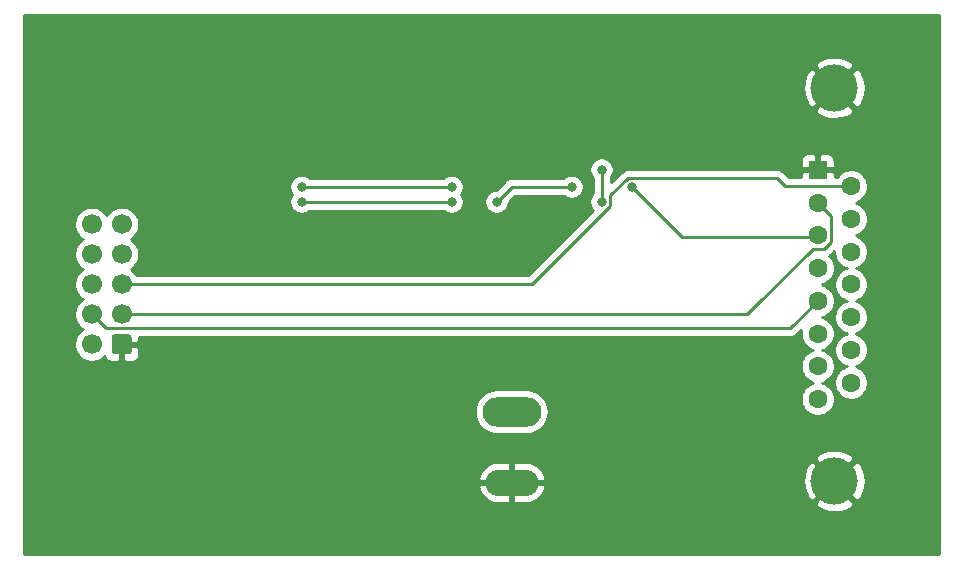
<source format=gbl>
G04 #@! TF.GenerationSoftware,KiCad,Pcbnew,(5.1.10)-1*
G04 #@! TF.CreationDate,2021-08-27T17:33:27-04:00*
G04 #@! TF.ProjectId,Coco3AppleRGB,436f636f-3341-4707-906c-655247422e6b,rev?*
G04 #@! TF.SameCoordinates,Original*
G04 #@! TF.FileFunction,Copper,L2,Bot*
G04 #@! TF.FilePolarity,Positive*
%FSLAX46Y46*%
G04 Gerber Fmt 4.6, Leading zero omitted, Abs format (unit mm)*
G04 Created by KiCad (PCBNEW (5.1.10)-1) date 2021-08-27 17:33:27*
%MOMM*%
%LPD*%
G01*
G04 APERTURE LIST*
G04 #@! TA.AperFunction,ComponentPad*
%ADD10O,4.500000X2.250000*%
G04 #@! TD*
G04 #@! TA.AperFunction,ComponentPad*
%ADD11O,5.000000X2.500000*%
G04 #@! TD*
G04 #@! TA.AperFunction,ComponentPad*
%ADD12C,4.000000*%
G04 #@! TD*
G04 #@! TA.AperFunction,ComponentPad*
%ADD13C,1.600000*%
G04 #@! TD*
G04 #@! TA.AperFunction,ComponentPad*
%ADD14R,1.600000X1.600000*%
G04 #@! TD*
G04 #@! TA.AperFunction,ComponentPad*
%ADD15C,1.700000*%
G04 #@! TD*
G04 #@! TA.AperFunction,ViaPad*
%ADD16C,0.800000*%
G04 #@! TD*
G04 #@! TA.AperFunction,Conductor*
%ADD17C,0.250000*%
G04 #@! TD*
G04 #@! TA.AperFunction,Conductor*
%ADD18C,0.254000*%
G04 #@! TD*
G04 #@! TA.AperFunction,Conductor*
%ADD19C,0.150000*%
G04 #@! TD*
G04 APERTURE END LIST*
D10*
X87630000Y-119030000D03*
D11*
X87630000Y-113030000D03*
D12*
X114958000Y-85605000D03*
X114958000Y-118905000D03*
D13*
X116378000Y-110565000D03*
X116378000Y-107795000D03*
X116378000Y-105025000D03*
X116378000Y-102255000D03*
X116378000Y-99485000D03*
X116378000Y-96715000D03*
X116378000Y-93945000D03*
X113538000Y-111950000D03*
X113538000Y-109180000D03*
X113538000Y-106410000D03*
X113538000Y-103640000D03*
X113538000Y-100870000D03*
X113538000Y-98100000D03*
X113538000Y-95330000D03*
D14*
X113538000Y-92560000D03*
D15*
X52070000Y-97155000D03*
X52070000Y-99695000D03*
X52070000Y-102235000D03*
X52070000Y-104775000D03*
X52070000Y-107315000D03*
X54610000Y-97155000D03*
X54610000Y-99695000D03*
X54610000Y-102235000D03*
X54610000Y-104775000D03*
G04 #@! TA.AperFunction,ComponentPad*
G36*
G01*
X55460000Y-106715000D02*
X55460000Y-107915000D01*
G75*
G02*
X55210000Y-108165000I-250000J0D01*
G01*
X54010000Y-108165000D01*
G75*
G02*
X53760000Y-107915000I0J250000D01*
G01*
X53760000Y-106715000D01*
G75*
G02*
X54010000Y-106465000I250000J0D01*
G01*
X55210000Y-106465000D01*
G75*
G02*
X55460000Y-106715000I0J-250000D01*
G01*
G37*
G04 #@! TD.AperFunction*
D16*
X83820000Y-86360000D03*
X82550000Y-97790000D03*
X66040000Y-114300000D03*
X73660000Y-114300000D03*
X69850000Y-95250000D03*
X69850000Y-95250000D03*
X82550000Y-95250000D03*
X69850000Y-93980000D03*
X82550000Y-93980000D03*
X82550000Y-93980000D03*
X97790000Y-93980000D03*
X95250000Y-95250000D03*
X95250000Y-92529999D03*
X86360000Y-95250000D03*
X92710000Y-93980000D03*
D17*
X69850000Y-95250000D02*
X82550000Y-95250000D01*
X111227999Y-105950001D02*
X113538000Y-103640000D01*
X53245001Y-105950001D02*
X111227999Y-105950001D01*
X52070000Y-104775000D02*
X53245001Y-105950001D01*
X69850000Y-93980000D02*
X82550000Y-93980000D01*
X97441999Y-93254999D02*
X110119997Y-93254999D01*
X95975001Y-94721997D02*
X97441999Y-93254999D01*
X95975001Y-95598001D02*
X95975001Y-94721997D01*
X110809998Y-93945000D02*
X110119997Y-93254999D01*
X116378000Y-93945000D02*
X110809998Y-93945000D01*
X89338002Y-102235000D02*
X90198501Y-101374501D01*
X54610000Y-102235000D02*
X89338002Y-102235000D01*
X90198501Y-101374501D02*
X95975001Y-95598001D01*
X89973002Y-101600000D02*
X90198501Y-101374501D01*
X114663001Y-96455001D02*
X113538000Y-95330000D01*
X114663001Y-98640001D02*
X114663001Y-96455001D01*
X114078001Y-99225001D02*
X114663001Y-98640001D01*
X113118999Y-99225001D02*
X114078001Y-99225001D01*
X107569000Y-104775000D02*
X108331000Y-104013000D01*
X108331000Y-104013000D02*
X113118999Y-99225001D01*
X54610000Y-104775000D02*
X107569000Y-104775000D01*
X108204000Y-104140000D02*
X108331000Y-104013000D01*
X97790000Y-93980000D02*
X102060000Y-98250000D01*
X113388000Y-98250000D02*
X113538000Y-98100000D01*
X102060000Y-98250000D02*
X113388000Y-98250000D01*
X95250000Y-95250000D02*
X95250000Y-92529999D01*
X86360000Y-95250000D02*
X87630000Y-93980000D01*
X87630000Y-93980000D02*
X92710000Y-93980000D01*
D18*
X123800000Y-125070000D02*
X46380000Y-125070000D01*
X46380000Y-119430043D01*
X84791067Y-119430043D01*
X84830371Y-119586190D01*
X84971056Y-119902207D01*
X85170689Y-120184705D01*
X85421599Y-120422829D01*
X85714144Y-120607427D01*
X86037081Y-120731406D01*
X86378000Y-120790000D01*
X87503000Y-120790000D01*
X87503000Y-119157000D01*
X87757000Y-119157000D01*
X87757000Y-120790000D01*
X88882000Y-120790000D01*
X89100193Y-120752499D01*
X113290106Y-120752499D01*
X113506228Y-121119258D01*
X113966105Y-121359938D01*
X114464098Y-121506275D01*
X114981071Y-121552648D01*
X115497159Y-121497273D01*
X115992526Y-121342279D01*
X116409772Y-121119258D01*
X116625894Y-120752499D01*
X114958000Y-119084605D01*
X113290106Y-120752499D01*
X89100193Y-120752499D01*
X89222919Y-120731406D01*
X89545856Y-120607427D01*
X89838401Y-120422829D01*
X90089311Y-120184705D01*
X90288944Y-119902207D01*
X90429629Y-119586190D01*
X90468933Y-119430043D01*
X90351206Y-119157000D01*
X87757000Y-119157000D01*
X87503000Y-119157000D01*
X84908794Y-119157000D01*
X84791067Y-119430043D01*
X46380000Y-119430043D01*
X46380000Y-118928071D01*
X112310352Y-118928071D01*
X112365727Y-119444159D01*
X112520721Y-119939526D01*
X112743742Y-120356772D01*
X113110501Y-120572894D01*
X114778395Y-118905000D01*
X115137605Y-118905000D01*
X116805499Y-120572894D01*
X117172258Y-120356772D01*
X117412938Y-119896895D01*
X117559275Y-119398902D01*
X117605648Y-118881929D01*
X117550273Y-118365841D01*
X117395279Y-117870474D01*
X117172258Y-117453228D01*
X116805499Y-117237106D01*
X115137605Y-118905000D01*
X114778395Y-118905000D01*
X113110501Y-117237106D01*
X112743742Y-117453228D01*
X112503062Y-117913105D01*
X112356725Y-118411098D01*
X112310352Y-118928071D01*
X46380000Y-118928071D01*
X46380000Y-118629957D01*
X84791067Y-118629957D01*
X84908794Y-118903000D01*
X87503000Y-118903000D01*
X87503000Y-117270000D01*
X87757000Y-117270000D01*
X87757000Y-118903000D01*
X90351206Y-118903000D01*
X90468933Y-118629957D01*
X90429629Y-118473810D01*
X90288944Y-118157793D01*
X90089311Y-117875295D01*
X89838401Y-117637171D01*
X89545856Y-117452573D01*
X89222919Y-117328594D01*
X88882000Y-117270000D01*
X87757000Y-117270000D01*
X87503000Y-117270000D01*
X86378000Y-117270000D01*
X86037081Y-117328594D01*
X85714144Y-117452573D01*
X85421599Y-117637171D01*
X85170689Y-117875295D01*
X84971056Y-118157793D01*
X84830371Y-118473810D01*
X84791067Y-118629957D01*
X46380000Y-118629957D01*
X46380000Y-117057501D01*
X113290106Y-117057501D01*
X114958000Y-118725395D01*
X116625894Y-117057501D01*
X116409772Y-116690742D01*
X115949895Y-116450062D01*
X115451902Y-116303725D01*
X114934929Y-116257352D01*
X114418841Y-116312727D01*
X113923474Y-116467721D01*
X113506228Y-116690742D01*
X113290106Y-117057501D01*
X46380000Y-117057501D01*
X46380000Y-113030000D01*
X84485880Y-113030000D01*
X84522275Y-113399524D01*
X84630061Y-113754848D01*
X84805097Y-114082317D01*
X85040655Y-114369345D01*
X85327683Y-114604903D01*
X85655152Y-114779939D01*
X86010476Y-114887725D01*
X86287403Y-114915000D01*
X88972597Y-114915000D01*
X89249524Y-114887725D01*
X89604848Y-114779939D01*
X89932317Y-114604903D01*
X90219345Y-114369345D01*
X90454903Y-114082317D01*
X90629939Y-113754848D01*
X90737725Y-113399524D01*
X90774120Y-113030000D01*
X90737725Y-112660476D01*
X90629939Y-112305152D01*
X90454903Y-111977683D01*
X90219345Y-111690655D01*
X89932317Y-111455097D01*
X89604848Y-111280061D01*
X89249524Y-111172275D01*
X88972597Y-111145000D01*
X86287403Y-111145000D01*
X86010476Y-111172275D01*
X85655152Y-111280061D01*
X85327683Y-111455097D01*
X85040655Y-111690655D01*
X84805097Y-111977683D01*
X84630061Y-112305152D01*
X84522275Y-112660476D01*
X84485880Y-113030000D01*
X46380000Y-113030000D01*
X46380000Y-97008740D01*
X50585000Y-97008740D01*
X50585000Y-97301260D01*
X50642068Y-97588158D01*
X50754010Y-97858411D01*
X50916525Y-98101632D01*
X51123368Y-98308475D01*
X51297760Y-98425000D01*
X51123368Y-98541525D01*
X50916525Y-98748368D01*
X50754010Y-98991589D01*
X50642068Y-99261842D01*
X50585000Y-99548740D01*
X50585000Y-99841260D01*
X50642068Y-100128158D01*
X50754010Y-100398411D01*
X50916525Y-100641632D01*
X51123368Y-100848475D01*
X51297760Y-100965000D01*
X51123368Y-101081525D01*
X50916525Y-101288368D01*
X50754010Y-101531589D01*
X50642068Y-101801842D01*
X50585000Y-102088740D01*
X50585000Y-102381260D01*
X50642068Y-102668158D01*
X50754010Y-102938411D01*
X50916525Y-103181632D01*
X51123368Y-103388475D01*
X51297760Y-103505000D01*
X51123368Y-103621525D01*
X50916525Y-103828368D01*
X50754010Y-104071589D01*
X50642068Y-104341842D01*
X50585000Y-104628740D01*
X50585000Y-104921260D01*
X50642068Y-105208158D01*
X50754010Y-105478411D01*
X50916525Y-105721632D01*
X51123368Y-105928475D01*
X51297760Y-106045000D01*
X51123368Y-106161525D01*
X50916525Y-106368368D01*
X50754010Y-106611589D01*
X50642068Y-106881842D01*
X50585000Y-107168740D01*
X50585000Y-107461260D01*
X50642068Y-107748158D01*
X50754010Y-108018411D01*
X50916525Y-108261632D01*
X51123368Y-108468475D01*
X51366589Y-108630990D01*
X51636842Y-108742932D01*
X51923740Y-108800000D01*
X52216260Y-108800000D01*
X52503158Y-108742932D01*
X52773411Y-108630990D01*
X53016632Y-108468475D01*
X53148487Y-108336620D01*
X53170498Y-108409180D01*
X53229463Y-108519494D01*
X53308815Y-108616185D01*
X53405506Y-108695537D01*
X53515820Y-108754502D01*
X53635518Y-108790812D01*
X53760000Y-108803072D01*
X54324250Y-108800000D01*
X54483000Y-108641250D01*
X54483000Y-107442000D01*
X54737000Y-107442000D01*
X54737000Y-108641250D01*
X54895750Y-108800000D01*
X55460000Y-108803072D01*
X55584482Y-108790812D01*
X55704180Y-108754502D01*
X55814494Y-108695537D01*
X55911185Y-108616185D01*
X55990537Y-108519494D01*
X56049502Y-108409180D01*
X56085812Y-108289482D01*
X56098072Y-108165000D01*
X56095000Y-107600750D01*
X55936250Y-107442000D01*
X54737000Y-107442000D01*
X54483000Y-107442000D01*
X54463000Y-107442000D01*
X54463000Y-107188000D01*
X54483000Y-107188000D01*
X54483000Y-107168000D01*
X54737000Y-107168000D01*
X54737000Y-107188000D01*
X55936250Y-107188000D01*
X56095000Y-107029250D01*
X56096738Y-106710001D01*
X111190677Y-106710001D01*
X111227999Y-106713677D01*
X111265321Y-106710001D01*
X111265332Y-106710001D01*
X111376985Y-106699004D01*
X111520246Y-106655547D01*
X111652275Y-106584975D01*
X111768000Y-106490002D01*
X111791803Y-106460998D01*
X112132515Y-106120286D01*
X112103000Y-106268665D01*
X112103000Y-106551335D01*
X112158147Y-106828574D01*
X112266320Y-107089727D01*
X112423363Y-107324759D01*
X112623241Y-107524637D01*
X112858273Y-107681680D01*
X113119426Y-107789853D01*
X113145301Y-107795000D01*
X113119426Y-107800147D01*
X112858273Y-107908320D01*
X112623241Y-108065363D01*
X112423363Y-108265241D01*
X112266320Y-108500273D01*
X112158147Y-108761426D01*
X112103000Y-109038665D01*
X112103000Y-109321335D01*
X112158147Y-109598574D01*
X112266320Y-109859727D01*
X112423363Y-110094759D01*
X112623241Y-110294637D01*
X112858273Y-110451680D01*
X113119426Y-110559853D01*
X113145301Y-110565000D01*
X113119426Y-110570147D01*
X112858273Y-110678320D01*
X112623241Y-110835363D01*
X112423363Y-111035241D01*
X112266320Y-111270273D01*
X112158147Y-111531426D01*
X112103000Y-111808665D01*
X112103000Y-112091335D01*
X112158147Y-112368574D01*
X112266320Y-112629727D01*
X112423363Y-112864759D01*
X112623241Y-113064637D01*
X112858273Y-113221680D01*
X113119426Y-113329853D01*
X113396665Y-113385000D01*
X113679335Y-113385000D01*
X113956574Y-113329853D01*
X114217727Y-113221680D01*
X114452759Y-113064637D01*
X114652637Y-112864759D01*
X114809680Y-112629727D01*
X114917853Y-112368574D01*
X114973000Y-112091335D01*
X114973000Y-111808665D01*
X114917853Y-111531426D01*
X114809680Y-111270273D01*
X114652637Y-111035241D01*
X114452759Y-110835363D01*
X114217727Y-110678320D01*
X113956574Y-110570147D01*
X113930699Y-110565000D01*
X113956574Y-110559853D01*
X114217727Y-110451680D01*
X114452759Y-110294637D01*
X114652637Y-110094759D01*
X114809680Y-109859727D01*
X114917853Y-109598574D01*
X114973000Y-109321335D01*
X114973000Y-109038665D01*
X114917853Y-108761426D01*
X114809680Y-108500273D01*
X114652637Y-108265241D01*
X114452759Y-108065363D01*
X114217727Y-107908320D01*
X113956574Y-107800147D01*
X113930699Y-107795000D01*
X113956574Y-107789853D01*
X114217727Y-107681680D01*
X114452759Y-107524637D01*
X114652637Y-107324759D01*
X114809680Y-107089727D01*
X114917853Y-106828574D01*
X114973000Y-106551335D01*
X114973000Y-106268665D01*
X114917853Y-105991426D01*
X114809680Y-105730273D01*
X114652637Y-105495241D01*
X114452759Y-105295363D01*
X114217727Y-105138320D01*
X113956574Y-105030147D01*
X113930699Y-105025000D01*
X113956574Y-105019853D01*
X114217727Y-104911680D01*
X114452759Y-104754637D01*
X114652637Y-104554759D01*
X114809680Y-104319727D01*
X114917853Y-104058574D01*
X114973000Y-103781335D01*
X114973000Y-103498665D01*
X114917853Y-103221426D01*
X114809680Y-102960273D01*
X114652637Y-102725241D01*
X114452759Y-102525363D01*
X114217727Y-102368320D01*
X113956574Y-102260147D01*
X113930699Y-102255000D01*
X113956574Y-102249853D01*
X114217727Y-102141680D01*
X114452759Y-101984637D01*
X114652637Y-101784759D01*
X114809680Y-101549727D01*
X114917853Y-101288574D01*
X114973000Y-101011335D01*
X114973000Y-100728665D01*
X114917853Y-100451426D01*
X114809680Y-100190273D01*
X114652637Y-99955241D01*
X114532537Y-99835141D01*
X114618002Y-99765002D01*
X114641804Y-99735999D01*
X114943000Y-99434804D01*
X114943000Y-99626335D01*
X114998147Y-99903574D01*
X115106320Y-100164727D01*
X115263363Y-100399759D01*
X115463241Y-100599637D01*
X115698273Y-100756680D01*
X115959426Y-100864853D01*
X115985301Y-100870000D01*
X115959426Y-100875147D01*
X115698273Y-100983320D01*
X115463241Y-101140363D01*
X115263363Y-101340241D01*
X115106320Y-101575273D01*
X114998147Y-101836426D01*
X114943000Y-102113665D01*
X114943000Y-102396335D01*
X114998147Y-102673574D01*
X115106320Y-102934727D01*
X115263363Y-103169759D01*
X115463241Y-103369637D01*
X115698273Y-103526680D01*
X115959426Y-103634853D01*
X115985301Y-103640000D01*
X115959426Y-103645147D01*
X115698273Y-103753320D01*
X115463241Y-103910363D01*
X115263363Y-104110241D01*
X115106320Y-104345273D01*
X114998147Y-104606426D01*
X114943000Y-104883665D01*
X114943000Y-105166335D01*
X114998147Y-105443574D01*
X115106320Y-105704727D01*
X115263363Y-105939759D01*
X115463241Y-106139637D01*
X115698273Y-106296680D01*
X115959426Y-106404853D01*
X115985301Y-106410000D01*
X115959426Y-106415147D01*
X115698273Y-106523320D01*
X115463241Y-106680363D01*
X115263363Y-106880241D01*
X115106320Y-107115273D01*
X114998147Y-107376426D01*
X114943000Y-107653665D01*
X114943000Y-107936335D01*
X114998147Y-108213574D01*
X115106320Y-108474727D01*
X115263363Y-108709759D01*
X115463241Y-108909637D01*
X115698273Y-109066680D01*
X115959426Y-109174853D01*
X115985301Y-109180000D01*
X115959426Y-109185147D01*
X115698273Y-109293320D01*
X115463241Y-109450363D01*
X115263363Y-109650241D01*
X115106320Y-109885273D01*
X114998147Y-110146426D01*
X114943000Y-110423665D01*
X114943000Y-110706335D01*
X114998147Y-110983574D01*
X115106320Y-111244727D01*
X115263363Y-111479759D01*
X115463241Y-111679637D01*
X115698273Y-111836680D01*
X115959426Y-111944853D01*
X116236665Y-112000000D01*
X116519335Y-112000000D01*
X116796574Y-111944853D01*
X117057727Y-111836680D01*
X117292759Y-111679637D01*
X117492637Y-111479759D01*
X117649680Y-111244727D01*
X117757853Y-110983574D01*
X117813000Y-110706335D01*
X117813000Y-110423665D01*
X117757853Y-110146426D01*
X117649680Y-109885273D01*
X117492637Y-109650241D01*
X117292759Y-109450363D01*
X117057727Y-109293320D01*
X116796574Y-109185147D01*
X116770699Y-109180000D01*
X116796574Y-109174853D01*
X117057727Y-109066680D01*
X117292759Y-108909637D01*
X117492637Y-108709759D01*
X117649680Y-108474727D01*
X117757853Y-108213574D01*
X117813000Y-107936335D01*
X117813000Y-107653665D01*
X117757853Y-107376426D01*
X117649680Y-107115273D01*
X117492637Y-106880241D01*
X117292759Y-106680363D01*
X117057727Y-106523320D01*
X116796574Y-106415147D01*
X116770699Y-106410000D01*
X116796574Y-106404853D01*
X117057727Y-106296680D01*
X117292759Y-106139637D01*
X117492637Y-105939759D01*
X117649680Y-105704727D01*
X117757853Y-105443574D01*
X117813000Y-105166335D01*
X117813000Y-104883665D01*
X117757853Y-104606426D01*
X117649680Y-104345273D01*
X117492637Y-104110241D01*
X117292759Y-103910363D01*
X117057727Y-103753320D01*
X116796574Y-103645147D01*
X116770699Y-103640000D01*
X116796574Y-103634853D01*
X117057727Y-103526680D01*
X117292759Y-103369637D01*
X117492637Y-103169759D01*
X117649680Y-102934727D01*
X117757853Y-102673574D01*
X117813000Y-102396335D01*
X117813000Y-102113665D01*
X117757853Y-101836426D01*
X117649680Y-101575273D01*
X117492637Y-101340241D01*
X117292759Y-101140363D01*
X117057727Y-100983320D01*
X116796574Y-100875147D01*
X116770699Y-100870000D01*
X116796574Y-100864853D01*
X117057727Y-100756680D01*
X117292759Y-100599637D01*
X117492637Y-100399759D01*
X117649680Y-100164727D01*
X117757853Y-99903574D01*
X117813000Y-99626335D01*
X117813000Y-99343665D01*
X117757853Y-99066426D01*
X117649680Y-98805273D01*
X117492637Y-98570241D01*
X117292759Y-98370363D01*
X117057727Y-98213320D01*
X116796574Y-98105147D01*
X116770699Y-98100000D01*
X116796574Y-98094853D01*
X117057727Y-97986680D01*
X117292759Y-97829637D01*
X117492637Y-97629759D01*
X117649680Y-97394727D01*
X117757853Y-97133574D01*
X117813000Y-96856335D01*
X117813000Y-96573665D01*
X117757853Y-96296426D01*
X117649680Y-96035273D01*
X117492637Y-95800241D01*
X117292759Y-95600363D01*
X117057727Y-95443320D01*
X116796574Y-95335147D01*
X116770699Y-95330000D01*
X116796574Y-95324853D01*
X117057727Y-95216680D01*
X117292759Y-95059637D01*
X117492637Y-94859759D01*
X117649680Y-94624727D01*
X117757853Y-94363574D01*
X117813000Y-94086335D01*
X117813000Y-93803665D01*
X117757853Y-93526426D01*
X117649680Y-93265273D01*
X117492637Y-93030241D01*
X117292759Y-92830363D01*
X117057727Y-92673320D01*
X116796574Y-92565147D01*
X116519335Y-92510000D01*
X116236665Y-92510000D01*
X115959426Y-92565147D01*
X115698273Y-92673320D01*
X115463241Y-92830363D01*
X115263363Y-93030241D01*
X115159957Y-93185000D01*
X114975027Y-93185000D01*
X114973000Y-92845750D01*
X114814250Y-92687000D01*
X113665000Y-92687000D01*
X113665000Y-92707000D01*
X113411000Y-92707000D01*
X113411000Y-92687000D01*
X112261750Y-92687000D01*
X112103000Y-92845750D01*
X112100973Y-93185000D01*
X111124800Y-93185000D01*
X110683800Y-92744001D01*
X110659998Y-92714998D01*
X110544273Y-92620025D01*
X110412244Y-92549453D01*
X110268983Y-92505996D01*
X110157330Y-92494999D01*
X110157319Y-92494999D01*
X110119997Y-92491323D01*
X110082675Y-92494999D01*
X97479321Y-92494999D01*
X97441998Y-92491323D01*
X97404675Y-92494999D01*
X97404666Y-92494999D01*
X97293013Y-92505996D01*
X97149752Y-92549453D01*
X97017723Y-92620025D01*
X97017721Y-92620026D01*
X97017722Y-92620026D01*
X96930995Y-92691200D01*
X96930991Y-92691204D01*
X96901998Y-92714998D01*
X96878204Y-92743991D01*
X96010000Y-93612196D01*
X96010000Y-93233710D01*
X96053937Y-93189773D01*
X96167205Y-93020255D01*
X96245226Y-92831897D01*
X96285000Y-92631938D01*
X96285000Y-92428060D01*
X96245226Y-92228101D01*
X96167205Y-92039743D01*
X96053937Y-91870225D01*
X95943712Y-91760000D01*
X112099928Y-91760000D01*
X112103000Y-92274250D01*
X112261750Y-92433000D01*
X113411000Y-92433000D01*
X113411000Y-91283750D01*
X113665000Y-91283750D01*
X113665000Y-92433000D01*
X114814250Y-92433000D01*
X114973000Y-92274250D01*
X114976072Y-91760000D01*
X114963812Y-91635518D01*
X114927502Y-91515820D01*
X114868537Y-91405506D01*
X114789185Y-91308815D01*
X114692494Y-91229463D01*
X114582180Y-91170498D01*
X114462482Y-91134188D01*
X114338000Y-91121928D01*
X113823750Y-91125000D01*
X113665000Y-91283750D01*
X113411000Y-91283750D01*
X113252250Y-91125000D01*
X112738000Y-91121928D01*
X112613518Y-91134188D01*
X112493820Y-91170498D01*
X112383506Y-91229463D01*
X112286815Y-91308815D01*
X112207463Y-91405506D01*
X112148498Y-91515820D01*
X112112188Y-91635518D01*
X112099928Y-91760000D01*
X95943712Y-91760000D01*
X95909774Y-91726062D01*
X95740256Y-91612794D01*
X95551898Y-91534773D01*
X95351939Y-91494999D01*
X95148061Y-91494999D01*
X94948102Y-91534773D01*
X94759744Y-91612794D01*
X94590226Y-91726062D01*
X94446063Y-91870225D01*
X94332795Y-92039743D01*
X94254774Y-92228101D01*
X94215000Y-92428060D01*
X94215000Y-92631938D01*
X94254774Y-92831897D01*
X94332795Y-93020255D01*
X94446063Y-93189773D01*
X94490001Y-93233711D01*
X94490000Y-94546289D01*
X94446063Y-94590226D01*
X94332795Y-94759744D01*
X94254774Y-94948102D01*
X94215000Y-95148061D01*
X94215000Y-95351939D01*
X94254774Y-95551898D01*
X94332795Y-95740256D01*
X94446063Y-95909774D01*
X94517245Y-95980956D01*
X89687504Y-100810697D01*
X89687498Y-100810702D01*
X89023201Y-101475000D01*
X55888178Y-101475000D01*
X55763475Y-101288368D01*
X55556632Y-101081525D01*
X55382240Y-100965000D01*
X55556632Y-100848475D01*
X55763475Y-100641632D01*
X55925990Y-100398411D01*
X56037932Y-100128158D01*
X56095000Y-99841260D01*
X56095000Y-99548740D01*
X56037932Y-99261842D01*
X55925990Y-98991589D01*
X55763475Y-98748368D01*
X55556632Y-98541525D01*
X55382240Y-98425000D01*
X55556632Y-98308475D01*
X55763475Y-98101632D01*
X55925990Y-97858411D01*
X56037932Y-97588158D01*
X56095000Y-97301260D01*
X56095000Y-97008740D01*
X56037932Y-96721842D01*
X55925990Y-96451589D01*
X55763475Y-96208368D01*
X55556632Y-96001525D01*
X55313411Y-95839010D01*
X55043158Y-95727068D01*
X54756260Y-95670000D01*
X54463740Y-95670000D01*
X54176842Y-95727068D01*
X53906589Y-95839010D01*
X53663368Y-96001525D01*
X53456525Y-96208368D01*
X53340000Y-96382760D01*
X53223475Y-96208368D01*
X53016632Y-96001525D01*
X52773411Y-95839010D01*
X52503158Y-95727068D01*
X52216260Y-95670000D01*
X51923740Y-95670000D01*
X51636842Y-95727068D01*
X51366589Y-95839010D01*
X51123368Y-96001525D01*
X50916525Y-96208368D01*
X50754010Y-96451589D01*
X50642068Y-96721842D01*
X50585000Y-97008740D01*
X46380000Y-97008740D01*
X46380000Y-93878061D01*
X68815000Y-93878061D01*
X68815000Y-94081939D01*
X68854774Y-94281898D01*
X68932795Y-94470256D01*
X69029510Y-94615000D01*
X68932795Y-94759744D01*
X68854774Y-94948102D01*
X68815000Y-95148061D01*
X68815000Y-95351939D01*
X68854774Y-95551898D01*
X68932795Y-95740256D01*
X69046063Y-95909774D01*
X69190226Y-96053937D01*
X69359744Y-96167205D01*
X69548102Y-96245226D01*
X69748061Y-96285000D01*
X69951939Y-96285000D01*
X70151898Y-96245226D01*
X70340256Y-96167205D01*
X70509774Y-96053937D01*
X70553711Y-96010000D01*
X81846289Y-96010000D01*
X81890226Y-96053937D01*
X82059744Y-96167205D01*
X82248102Y-96245226D01*
X82448061Y-96285000D01*
X82651939Y-96285000D01*
X82851898Y-96245226D01*
X83040256Y-96167205D01*
X83209774Y-96053937D01*
X83353937Y-95909774D01*
X83467205Y-95740256D01*
X83545226Y-95551898D01*
X83585000Y-95351939D01*
X83585000Y-95148061D01*
X85325000Y-95148061D01*
X85325000Y-95351939D01*
X85364774Y-95551898D01*
X85442795Y-95740256D01*
X85556063Y-95909774D01*
X85700226Y-96053937D01*
X85869744Y-96167205D01*
X86058102Y-96245226D01*
X86258061Y-96285000D01*
X86461939Y-96285000D01*
X86661898Y-96245226D01*
X86850256Y-96167205D01*
X87019774Y-96053937D01*
X87163937Y-95909774D01*
X87277205Y-95740256D01*
X87355226Y-95551898D01*
X87395000Y-95351939D01*
X87395000Y-95289801D01*
X87944802Y-94740000D01*
X92006289Y-94740000D01*
X92050226Y-94783937D01*
X92219744Y-94897205D01*
X92408102Y-94975226D01*
X92608061Y-95015000D01*
X92811939Y-95015000D01*
X93011898Y-94975226D01*
X93200256Y-94897205D01*
X93369774Y-94783937D01*
X93513937Y-94639774D01*
X93627205Y-94470256D01*
X93705226Y-94281898D01*
X93745000Y-94081939D01*
X93745000Y-93878061D01*
X93705226Y-93678102D01*
X93627205Y-93489744D01*
X93513937Y-93320226D01*
X93369774Y-93176063D01*
X93200256Y-93062795D01*
X93011898Y-92984774D01*
X92811939Y-92945000D01*
X92608061Y-92945000D01*
X92408102Y-92984774D01*
X92219744Y-93062795D01*
X92050226Y-93176063D01*
X92006289Y-93220000D01*
X87667322Y-93220000D01*
X87629999Y-93216324D01*
X87592676Y-93220000D01*
X87592667Y-93220000D01*
X87481014Y-93230997D01*
X87337753Y-93274454D01*
X87205724Y-93345026D01*
X87089999Y-93439999D01*
X87066201Y-93468997D01*
X86320199Y-94215000D01*
X86258061Y-94215000D01*
X86058102Y-94254774D01*
X85869744Y-94332795D01*
X85700226Y-94446063D01*
X85556063Y-94590226D01*
X85442795Y-94759744D01*
X85364774Y-94948102D01*
X85325000Y-95148061D01*
X83585000Y-95148061D01*
X83545226Y-94948102D01*
X83467205Y-94759744D01*
X83370490Y-94615000D01*
X83467205Y-94470256D01*
X83545226Y-94281898D01*
X83585000Y-94081939D01*
X83585000Y-93878061D01*
X83545226Y-93678102D01*
X83467205Y-93489744D01*
X83353937Y-93320226D01*
X83209774Y-93176063D01*
X83040256Y-93062795D01*
X82851898Y-92984774D01*
X82651939Y-92945000D01*
X82448061Y-92945000D01*
X82248102Y-92984774D01*
X82059744Y-93062795D01*
X81890226Y-93176063D01*
X81846289Y-93220000D01*
X70553711Y-93220000D01*
X70509774Y-93176063D01*
X70340256Y-93062795D01*
X70151898Y-92984774D01*
X69951939Y-92945000D01*
X69748061Y-92945000D01*
X69548102Y-92984774D01*
X69359744Y-93062795D01*
X69190226Y-93176063D01*
X69046063Y-93320226D01*
X68932795Y-93489744D01*
X68854774Y-93678102D01*
X68815000Y-93878061D01*
X46380000Y-93878061D01*
X46380000Y-87452499D01*
X113290106Y-87452499D01*
X113506228Y-87819258D01*
X113966105Y-88059938D01*
X114464098Y-88206275D01*
X114981071Y-88252648D01*
X115497159Y-88197273D01*
X115992526Y-88042279D01*
X116409772Y-87819258D01*
X116625894Y-87452499D01*
X114958000Y-85784605D01*
X113290106Y-87452499D01*
X46380000Y-87452499D01*
X46380000Y-85628071D01*
X112310352Y-85628071D01*
X112365727Y-86144159D01*
X112520721Y-86639526D01*
X112743742Y-87056772D01*
X113110501Y-87272894D01*
X114778395Y-85605000D01*
X115137605Y-85605000D01*
X116805499Y-87272894D01*
X117172258Y-87056772D01*
X117412938Y-86596895D01*
X117559275Y-86098902D01*
X117605648Y-85581929D01*
X117550273Y-85065841D01*
X117395279Y-84570474D01*
X117172258Y-84153228D01*
X116805499Y-83937106D01*
X115137605Y-85605000D01*
X114778395Y-85605000D01*
X113110501Y-83937106D01*
X112743742Y-84153228D01*
X112503062Y-84613105D01*
X112356725Y-85111098D01*
X112310352Y-85628071D01*
X46380000Y-85628071D01*
X46380000Y-83757501D01*
X113290106Y-83757501D01*
X114958000Y-85425395D01*
X116625894Y-83757501D01*
X116409772Y-83390742D01*
X115949895Y-83150062D01*
X115451902Y-83003725D01*
X114934929Y-82957352D01*
X114418841Y-83012727D01*
X113923474Y-83167721D01*
X113506228Y-83390742D01*
X113290106Y-83757501D01*
X46380000Y-83757501D01*
X46380000Y-79400000D01*
X123800001Y-79400000D01*
X123800000Y-125070000D01*
G04 #@! TA.AperFunction,Conductor*
D19*
G36*
X123800000Y-125070000D02*
G01*
X46380000Y-125070000D01*
X46380000Y-119430043D01*
X84791067Y-119430043D01*
X84830371Y-119586190D01*
X84971056Y-119902207D01*
X85170689Y-120184705D01*
X85421599Y-120422829D01*
X85714144Y-120607427D01*
X86037081Y-120731406D01*
X86378000Y-120790000D01*
X87503000Y-120790000D01*
X87503000Y-119157000D01*
X87757000Y-119157000D01*
X87757000Y-120790000D01*
X88882000Y-120790000D01*
X89100193Y-120752499D01*
X113290106Y-120752499D01*
X113506228Y-121119258D01*
X113966105Y-121359938D01*
X114464098Y-121506275D01*
X114981071Y-121552648D01*
X115497159Y-121497273D01*
X115992526Y-121342279D01*
X116409772Y-121119258D01*
X116625894Y-120752499D01*
X114958000Y-119084605D01*
X113290106Y-120752499D01*
X89100193Y-120752499D01*
X89222919Y-120731406D01*
X89545856Y-120607427D01*
X89838401Y-120422829D01*
X90089311Y-120184705D01*
X90288944Y-119902207D01*
X90429629Y-119586190D01*
X90468933Y-119430043D01*
X90351206Y-119157000D01*
X87757000Y-119157000D01*
X87503000Y-119157000D01*
X84908794Y-119157000D01*
X84791067Y-119430043D01*
X46380000Y-119430043D01*
X46380000Y-118928071D01*
X112310352Y-118928071D01*
X112365727Y-119444159D01*
X112520721Y-119939526D01*
X112743742Y-120356772D01*
X113110501Y-120572894D01*
X114778395Y-118905000D01*
X115137605Y-118905000D01*
X116805499Y-120572894D01*
X117172258Y-120356772D01*
X117412938Y-119896895D01*
X117559275Y-119398902D01*
X117605648Y-118881929D01*
X117550273Y-118365841D01*
X117395279Y-117870474D01*
X117172258Y-117453228D01*
X116805499Y-117237106D01*
X115137605Y-118905000D01*
X114778395Y-118905000D01*
X113110501Y-117237106D01*
X112743742Y-117453228D01*
X112503062Y-117913105D01*
X112356725Y-118411098D01*
X112310352Y-118928071D01*
X46380000Y-118928071D01*
X46380000Y-118629957D01*
X84791067Y-118629957D01*
X84908794Y-118903000D01*
X87503000Y-118903000D01*
X87503000Y-117270000D01*
X87757000Y-117270000D01*
X87757000Y-118903000D01*
X90351206Y-118903000D01*
X90468933Y-118629957D01*
X90429629Y-118473810D01*
X90288944Y-118157793D01*
X90089311Y-117875295D01*
X89838401Y-117637171D01*
X89545856Y-117452573D01*
X89222919Y-117328594D01*
X88882000Y-117270000D01*
X87757000Y-117270000D01*
X87503000Y-117270000D01*
X86378000Y-117270000D01*
X86037081Y-117328594D01*
X85714144Y-117452573D01*
X85421599Y-117637171D01*
X85170689Y-117875295D01*
X84971056Y-118157793D01*
X84830371Y-118473810D01*
X84791067Y-118629957D01*
X46380000Y-118629957D01*
X46380000Y-117057501D01*
X113290106Y-117057501D01*
X114958000Y-118725395D01*
X116625894Y-117057501D01*
X116409772Y-116690742D01*
X115949895Y-116450062D01*
X115451902Y-116303725D01*
X114934929Y-116257352D01*
X114418841Y-116312727D01*
X113923474Y-116467721D01*
X113506228Y-116690742D01*
X113290106Y-117057501D01*
X46380000Y-117057501D01*
X46380000Y-113030000D01*
X84485880Y-113030000D01*
X84522275Y-113399524D01*
X84630061Y-113754848D01*
X84805097Y-114082317D01*
X85040655Y-114369345D01*
X85327683Y-114604903D01*
X85655152Y-114779939D01*
X86010476Y-114887725D01*
X86287403Y-114915000D01*
X88972597Y-114915000D01*
X89249524Y-114887725D01*
X89604848Y-114779939D01*
X89932317Y-114604903D01*
X90219345Y-114369345D01*
X90454903Y-114082317D01*
X90629939Y-113754848D01*
X90737725Y-113399524D01*
X90774120Y-113030000D01*
X90737725Y-112660476D01*
X90629939Y-112305152D01*
X90454903Y-111977683D01*
X90219345Y-111690655D01*
X89932317Y-111455097D01*
X89604848Y-111280061D01*
X89249524Y-111172275D01*
X88972597Y-111145000D01*
X86287403Y-111145000D01*
X86010476Y-111172275D01*
X85655152Y-111280061D01*
X85327683Y-111455097D01*
X85040655Y-111690655D01*
X84805097Y-111977683D01*
X84630061Y-112305152D01*
X84522275Y-112660476D01*
X84485880Y-113030000D01*
X46380000Y-113030000D01*
X46380000Y-97008740D01*
X50585000Y-97008740D01*
X50585000Y-97301260D01*
X50642068Y-97588158D01*
X50754010Y-97858411D01*
X50916525Y-98101632D01*
X51123368Y-98308475D01*
X51297760Y-98425000D01*
X51123368Y-98541525D01*
X50916525Y-98748368D01*
X50754010Y-98991589D01*
X50642068Y-99261842D01*
X50585000Y-99548740D01*
X50585000Y-99841260D01*
X50642068Y-100128158D01*
X50754010Y-100398411D01*
X50916525Y-100641632D01*
X51123368Y-100848475D01*
X51297760Y-100965000D01*
X51123368Y-101081525D01*
X50916525Y-101288368D01*
X50754010Y-101531589D01*
X50642068Y-101801842D01*
X50585000Y-102088740D01*
X50585000Y-102381260D01*
X50642068Y-102668158D01*
X50754010Y-102938411D01*
X50916525Y-103181632D01*
X51123368Y-103388475D01*
X51297760Y-103505000D01*
X51123368Y-103621525D01*
X50916525Y-103828368D01*
X50754010Y-104071589D01*
X50642068Y-104341842D01*
X50585000Y-104628740D01*
X50585000Y-104921260D01*
X50642068Y-105208158D01*
X50754010Y-105478411D01*
X50916525Y-105721632D01*
X51123368Y-105928475D01*
X51297760Y-106045000D01*
X51123368Y-106161525D01*
X50916525Y-106368368D01*
X50754010Y-106611589D01*
X50642068Y-106881842D01*
X50585000Y-107168740D01*
X50585000Y-107461260D01*
X50642068Y-107748158D01*
X50754010Y-108018411D01*
X50916525Y-108261632D01*
X51123368Y-108468475D01*
X51366589Y-108630990D01*
X51636842Y-108742932D01*
X51923740Y-108800000D01*
X52216260Y-108800000D01*
X52503158Y-108742932D01*
X52773411Y-108630990D01*
X53016632Y-108468475D01*
X53148487Y-108336620D01*
X53170498Y-108409180D01*
X53229463Y-108519494D01*
X53308815Y-108616185D01*
X53405506Y-108695537D01*
X53515820Y-108754502D01*
X53635518Y-108790812D01*
X53760000Y-108803072D01*
X54324250Y-108800000D01*
X54483000Y-108641250D01*
X54483000Y-107442000D01*
X54737000Y-107442000D01*
X54737000Y-108641250D01*
X54895750Y-108800000D01*
X55460000Y-108803072D01*
X55584482Y-108790812D01*
X55704180Y-108754502D01*
X55814494Y-108695537D01*
X55911185Y-108616185D01*
X55990537Y-108519494D01*
X56049502Y-108409180D01*
X56085812Y-108289482D01*
X56098072Y-108165000D01*
X56095000Y-107600750D01*
X55936250Y-107442000D01*
X54737000Y-107442000D01*
X54483000Y-107442000D01*
X54463000Y-107442000D01*
X54463000Y-107188000D01*
X54483000Y-107188000D01*
X54483000Y-107168000D01*
X54737000Y-107168000D01*
X54737000Y-107188000D01*
X55936250Y-107188000D01*
X56095000Y-107029250D01*
X56096738Y-106710001D01*
X111190677Y-106710001D01*
X111227999Y-106713677D01*
X111265321Y-106710001D01*
X111265332Y-106710001D01*
X111376985Y-106699004D01*
X111520246Y-106655547D01*
X111652275Y-106584975D01*
X111768000Y-106490002D01*
X111791803Y-106460998D01*
X112132515Y-106120286D01*
X112103000Y-106268665D01*
X112103000Y-106551335D01*
X112158147Y-106828574D01*
X112266320Y-107089727D01*
X112423363Y-107324759D01*
X112623241Y-107524637D01*
X112858273Y-107681680D01*
X113119426Y-107789853D01*
X113145301Y-107795000D01*
X113119426Y-107800147D01*
X112858273Y-107908320D01*
X112623241Y-108065363D01*
X112423363Y-108265241D01*
X112266320Y-108500273D01*
X112158147Y-108761426D01*
X112103000Y-109038665D01*
X112103000Y-109321335D01*
X112158147Y-109598574D01*
X112266320Y-109859727D01*
X112423363Y-110094759D01*
X112623241Y-110294637D01*
X112858273Y-110451680D01*
X113119426Y-110559853D01*
X113145301Y-110565000D01*
X113119426Y-110570147D01*
X112858273Y-110678320D01*
X112623241Y-110835363D01*
X112423363Y-111035241D01*
X112266320Y-111270273D01*
X112158147Y-111531426D01*
X112103000Y-111808665D01*
X112103000Y-112091335D01*
X112158147Y-112368574D01*
X112266320Y-112629727D01*
X112423363Y-112864759D01*
X112623241Y-113064637D01*
X112858273Y-113221680D01*
X113119426Y-113329853D01*
X113396665Y-113385000D01*
X113679335Y-113385000D01*
X113956574Y-113329853D01*
X114217727Y-113221680D01*
X114452759Y-113064637D01*
X114652637Y-112864759D01*
X114809680Y-112629727D01*
X114917853Y-112368574D01*
X114973000Y-112091335D01*
X114973000Y-111808665D01*
X114917853Y-111531426D01*
X114809680Y-111270273D01*
X114652637Y-111035241D01*
X114452759Y-110835363D01*
X114217727Y-110678320D01*
X113956574Y-110570147D01*
X113930699Y-110565000D01*
X113956574Y-110559853D01*
X114217727Y-110451680D01*
X114452759Y-110294637D01*
X114652637Y-110094759D01*
X114809680Y-109859727D01*
X114917853Y-109598574D01*
X114973000Y-109321335D01*
X114973000Y-109038665D01*
X114917853Y-108761426D01*
X114809680Y-108500273D01*
X114652637Y-108265241D01*
X114452759Y-108065363D01*
X114217727Y-107908320D01*
X113956574Y-107800147D01*
X113930699Y-107795000D01*
X113956574Y-107789853D01*
X114217727Y-107681680D01*
X114452759Y-107524637D01*
X114652637Y-107324759D01*
X114809680Y-107089727D01*
X114917853Y-106828574D01*
X114973000Y-106551335D01*
X114973000Y-106268665D01*
X114917853Y-105991426D01*
X114809680Y-105730273D01*
X114652637Y-105495241D01*
X114452759Y-105295363D01*
X114217727Y-105138320D01*
X113956574Y-105030147D01*
X113930699Y-105025000D01*
X113956574Y-105019853D01*
X114217727Y-104911680D01*
X114452759Y-104754637D01*
X114652637Y-104554759D01*
X114809680Y-104319727D01*
X114917853Y-104058574D01*
X114973000Y-103781335D01*
X114973000Y-103498665D01*
X114917853Y-103221426D01*
X114809680Y-102960273D01*
X114652637Y-102725241D01*
X114452759Y-102525363D01*
X114217727Y-102368320D01*
X113956574Y-102260147D01*
X113930699Y-102255000D01*
X113956574Y-102249853D01*
X114217727Y-102141680D01*
X114452759Y-101984637D01*
X114652637Y-101784759D01*
X114809680Y-101549727D01*
X114917853Y-101288574D01*
X114973000Y-101011335D01*
X114973000Y-100728665D01*
X114917853Y-100451426D01*
X114809680Y-100190273D01*
X114652637Y-99955241D01*
X114532537Y-99835141D01*
X114618002Y-99765002D01*
X114641804Y-99735999D01*
X114943000Y-99434804D01*
X114943000Y-99626335D01*
X114998147Y-99903574D01*
X115106320Y-100164727D01*
X115263363Y-100399759D01*
X115463241Y-100599637D01*
X115698273Y-100756680D01*
X115959426Y-100864853D01*
X115985301Y-100870000D01*
X115959426Y-100875147D01*
X115698273Y-100983320D01*
X115463241Y-101140363D01*
X115263363Y-101340241D01*
X115106320Y-101575273D01*
X114998147Y-101836426D01*
X114943000Y-102113665D01*
X114943000Y-102396335D01*
X114998147Y-102673574D01*
X115106320Y-102934727D01*
X115263363Y-103169759D01*
X115463241Y-103369637D01*
X115698273Y-103526680D01*
X115959426Y-103634853D01*
X115985301Y-103640000D01*
X115959426Y-103645147D01*
X115698273Y-103753320D01*
X115463241Y-103910363D01*
X115263363Y-104110241D01*
X115106320Y-104345273D01*
X114998147Y-104606426D01*
X114943000Y-104883665D01*
X114943000Y-105166335D01*
X114998147Y-105443574D01*
X115106320Y-105704727D01*
X115263363Y-105939759D01*
X115463241Y-106139637D01*
X115698273Y-106296680D01*
X115959426Y-106404853D01*
X115985301Y-106410000D01*
X115959426Y-106415147D01*
X115698273Y-106523320D01*
X115463241Y-106680363D01*
X115263363Y-106880241D01*
X115106320Y-107115273D01*
X114998147Y-107376426D01*
X114943000Y-107653665D01*
X114943000Y-107936335D01*
X114998147Y-108213574D01*
X115106320Y-108474727D01*
X115263363Y-108709759D01*
X115463241Y-108909637D01*
X115698273Y-109066680D01*
X115959426Y-109174853D01*
X115985301Y-109180000D01*
X115959426Y-109185147D01*
X115698273Y-109293320D01*
X115463241Y-109450363D01*
X115263363Y-109650241D01*
X115106320Y-109885273D01*
X114998147Y-110146426D01*
X114943000Y-110423665D01*
X114943000Y-110706335D01*
X114998147Y-110983574D01*
X115106320Y-111244727D01*
X115263363Y-111479759D01*
X115463241Y-111679637D01*
X115698273Y-111836680D01*
X115959426Y-111944853D01*
X116236665Y-112000000D01*
X116519335Y-112000000D01*
X116796574Y-111944853D01*
X117057727Y-111836680D01*
X117292759Y-111679637D01*
X117492637Y-111479759D01*
X117649680Y-111244727D01*
X117757853Y-110983574D01*
X117813000Y-110706335D01*
X117813000Y-110423665D01*
X117757853Y-110146426D01*
X117649680Y-109885273D01*
X117492637Y-109650241D01*
X117292759Y-109450363D01*
X117057727Y-109293320D01*
X116796574Y-109185147D01*
X116770699Y-109180000D01*
X116796574Y-109174853D01*
X117057727Y-109066680D01*
X117292759Y-108909637D01*
X117492637Y-108709759D01*
X117649680Y-108474727D01*
X117757853Y-108213574D01*
X117813000Y-107936335D01*
X117813000Y-107653665D01*
X117757853Y-107376426D01*
X117649680Y-107115273D01*
X117492637Y-106880241D01*
X117292759Y-106680363D01*
X117057727Y-106523320D01*
X116796574Y-106415147D01*
X116770699Y-106410000D01*
X116796574Y-106404853D01*
X117057727Y-106296680D01*
X117292759Y-106139637D01*
X117492637Y-105939759D01*
X117649680Y-105704727D01*
X117757853Y-105443574D01*
X117813000Y-105166335D01*
X117813000Y-104883665D01*
X117757853Y-104606426D01*
X117649680Y-104345273D01*
X117492637Y-104110241D01*
X117292759Y-103910363D01*
X117057727Y-103753320D01*
X116796574Y-103645147D01*
X116770699Y-103640000D01*
X116796574Y-103634853D01*
X117057727Y-103526680D01*
X117292759Y-103369637D01*
X117492637Y-103169759D01*
X117649680Y-102934727D01*
X117757853Y-102673574D01*
X117813000Y-102396335D01*
X117813000Y-102113665D01*
X117757853Y-101836426D01*
X117649680Y-101575273D01*
X117492637Y-101340241D01*
X117292759Y-101140363D01*
X117057727Y-100983320D01*
X116796574Y-100875147D01*
X116770699Y-100870000D01*
X116796574Y-100864853D01*
X117057727Y-100756680D01*
X117292759Y-100599637D01*
X117492637Y-100399759D01*
X117649680Y-100164727D01*
X117757853Y-99903574D01*
X117813000Y-99626335D01*
X117813000Y-99343665D01*
X117757853Y-99066426D01*
X117649680Y-98805273D01*
X117492637Y-98570241D01*
X117292759Y-98370363D01*
X117057727Y-98213320D01*
X116796574Y-98105147D01*
X116770699Y-98100000D01*
X116796574Y-98094853D01*
X117057727Y-97986680D01*
X117292759Y-97829637D01*
X117492637Y-97629759D01*
X117649680Y-97394727D01*
X117757853Y-97133574D01*
X117813000Y-96856335D01*
X117813000Y-96573665D01*
X117757853Y-96296426D01*
X117649680Y-96035273D01*
X117492637Y-95800241D01*
X117292759Y-95600363D01*
X117057727Y-95443320D01*
X116796574Y-95335147D01*
X116770699Y-95330000D01*
X116796574Y-95324853D01*
X117057727Y-95216680D01*
X117292759Y-95059637D01*
X117492637Y-94859759D01*
X117649680Y-94624727D01*
X117757853Y-94363574D01*
X117813000Y-94086335D01*
X117813000Y-93803665D01*
X117757853Y-93526426D01*
X117649680Y-93265273D01*
X117492637Y-93030241D01*
X117292759Y-92830363D01*
X117057727Y-92673320D01*
X116796574Y-92565147D01*
X116519335Y-92510000D01*
X116236665Y-92510000D01*
X115959426Y-92565147D01*
X115698273Y-92673320D01*
X115463241Y-92830363D01*
X115263363Y-93030241D01*
X115159957Y-93185000D01*
X114975027Y-93185000D01*
X114973000Y-92845750D01*
X114814250Y-92687000D01*
X113665000Y-92687000D01*
X113665000Y-92707000D01*
X113411000Y-92707000D01*
X113411000Y-92687000D01*
X112261750Y-92687000D01*
X112103000Y-92845750D01*
X112100973Y-93185000D01*
X111124800Y-93185000D01*
X110683800Y-92744001D01*
X110659998Y-92714998D01*
X110544273Y-92620025D01*
X110412244Y-92549453D01*
X110268983Y-92505996D01*
X110157330Y-92494999D01*
X110157319Y-92494999D01*
X110119997Y-92491323D01*
X110082675Y-92494999D01*
X97479321Y-92494999D01*
X97441998Y-92491323D01*
X97404675Y-92494999D01*
X97404666Y-92494999D01*
X97293013Y-92505996D01*
X97149752Y-92549453D01*
X97017723Y-92620025D01*
X97017721Y-92620026D01*
X97017722Y-92620026D01*
X96930995Y-92691200D01*
X96930991Y-92691204D01*
X96901998Y-92714998D01*
X96878204Y-92743991D01*
X96010000Y-93612196D01*
X96010000Y-93233710D01*
X96053937Y-93189773D01*
X96167205Y-93020255D01*
X96245226Y-92831897D01*
X96285000Y-92631938D01*
X96285000Y-92428060D01*
X96245226Y-92228101D01*
X96167205Y-92039743D01*
X96053937Y-91870225D01*
X95943712Y-91760000D01*
X112099928Y-91760000D01*
X112103000Y-92274250D01*
X112261750Y-92433000D01*
X113411000Y-92433000D01*
X113411000Y-91283750D01*
X113665000Y-91283750D01*
X113665000Y-92433000D01*
X114814250Y-92433000D01*
X114973000Y-92274250D01*
X114976072Y-91760000D01*
X114963812Y-91635518D01*
X114927502Y-91515820D01*
X114868537Y-91405506D01*
X114789185Y-91308815D01*
X114692494Y-91229463D01*
X114582180Y-91170498D01*
X114462482Y-91134188D01*
X114338000Y-91121928D01*
X113823750Y-91125000D01*
X113665000Y-91283750D01*
X113411000Y-91283750D01*
X113252250Y-91125000D01*
X112738000Y-91121928D01*
X112613518Y-91134188D01*
X112493820Y-91170498D01*
X112383506Y-91229463D01*
X112286815Y-91308815D01*
X112207463Y-91405506D01*
X112148498Y-91515820D01*
X112112188Y-91635518D01*
X112099928Y-91760000D01*
X95943712Y-91760000D01*
X95909774Y-91726062D01*
X95740256Y-91612794D01*
X95551898Y-91534773D01*
X95351939Y-91494999D01*
X95148061Y-91494999D01*
X94948102Y-91534773D01*
X94759744Y-91612794D01*
X94590226Y-91726062D01*
X94446063Y-91870225D01*
X94332795Y-92039743D01*
X94254774Y-92228101D01*
X94215000Y-92428060D01*
X94215000Y-92631938D01*
X94254774Y-92831897D01*
X94332795Y-93020255D01*
X94446063Y-93189773D01*
X94490001Y-93233711D01*
X94490000Y-94546289D01*
X94446063Y-94590226D01*
X94332795Y-94759744D01*
X94254774Y-94948102D01*
X94215000Y-95148061D01*
X94215000Y-95351939D01*
X94254774Y-95551898D01*
X94332795Y-95740256D01*
X94446063Y-95909774D01*
X94517245Y-95980956D01*
X89687504Y-100810697D01*
X89687498Y-100810702D01*
X89023201Y-101475000D01*
X55888178Y-101475000D01*
X55763475Y-101288368D01*
X55556632Y-101081525D01*
X55382240Y-100965000D01*
X55556632Y-100848475D01*
X55763475Y-100641632D01*
X55925990Y-100398411D01*
X56037932Y-100128158D01*
X56095000Y-99841260D01*
X56095000Y-99548740D01*
X56037932Y-99261842D01*
X55925990Y-98991589D01*
X55763475Y-98748368D01*
X55556632Y-98541525D01*
X55382240Y-98425000D01*
X55556632Y-98308475D01*
X55763475Y-98101632D01*
X55925990Y-97858411D01*
X56037932Y-97588158D01*
X56095000Y-97301260D01*
X56095000Y-97008740D01*
X56037932Y-96721842D01*
X55925990Y-96451589D01*
X55763475Y-96208368D01*
X55556632Y-96001525D01*
X55313411Y-95839010D01*
X55043158Y-95727068D01*
X54756260Y-95670000D01*
X54463740Y-95670000D01*
X54176842Y-95727068D01*
X53906589Y-95839010D01*
X53663368Y-96001525D01*
X53456525Y-96208368D01*
X53340000Y-96382760D01*
X53223475Y-96208368D01*
X53016632Y-96001525D01*
X52773411Y-95839010D01*
X52503158Y-95727068D01*
X52216260Y-95670000D01*
X51923740Y-95670000D01*
X51636842Y-95727068D01*
X51366589Y-95839010D01*
X51123368Y-96001525D01*
X50916525Y-96208368D01*
X50754010Y-96451589D01*
X50642068Y-96721842D01*
X50585000Y-97008740D01*
X46380000Y-97008740D01*
X46380000Y-93878061D01*
X68815000Y-93878061D01*
X68815000Y-94081939D01*
X68854774Y-94281898D01*
X68932795Y-94470256D01*
X69029510Y-94615000D01*
X68932795Y-94759744D01*
X68854774Y-94948102D01*
X68815000Y-95148061D01*
X68815000Y-95351939D01*
X68854774Y-95551898D01*
X68932795Y-95740256D01*
X69046063Y-95909774D01*
X69190226Y-96053937D01*
X69359744Y-96167205D01*
X69548102Y-96245226D01*
X69748061Y-96285000D01*
X69951939Y-96285000D01*
X70151898Y-96245226D01*
X70340256Y-96167205D01*
X70509774Y-96053937D01*
X70553711Y-96010000D01*
X81846289Y-96010000D01*
X81890226Y-96053937D01*
X82059744Y-96167205D01*
X82248102Y-96245226D01*
X82448061Y-96285000D01*
X82651939Y-96285000D01*
X82851898Y-96245226D01*
X83040256Y-96167205D01*
X83209774Y-96053937D01*
X83353937Y-95909774D01*
X83467205Y-95740256D01*
X83545226Y-95551898D01*
X83585000Y-95351939D01*
X83585000Y-95148061D01*
X85325000Y-95148061D01*
X85325000Y-95351939D01*
X85364774Y-95551898D01*
X85442795Y-95740256D01*
X85556063Y-95909774D01*
X85700226Y-96053937D01*
X85869744Y-96167205D01*
X86058102Y-96245226D01*
X86258061Y-96285000D01*
X86461939Y-96285000D01*
X86661898Y-96245226D01*
X86850256Y-96167205D01*
X87019774Y-96053937D01*
X87163937Y-95909774D01*
X87277205Y-95740256D01*
X87355226Y-95551898D01*
X87395000Y-95351939D01*
X87395000Y-95289801D01*
X87944802Y-94740000D01*
X92006289Y-94740000D01*
X92050226Y-94783937D01*
X92219744Y-94897205D01*
X92408102Y-94975226D01*
X92608061Y-95015000D01*
X92811939Y-95015000D01*
X93011898Y-94975226D01*
X93200256Y-94897205D01*
X93369774Y-94783937D01*
X93513937Y-94639774D01*
X93627205Y-94470256D01*
X93705226Y-94281898D01*
X93745000Y-94081939D01*
X93745000Y-93878061D01*
X93705226Y-93678102D01*
X93627205Y-93489744D01*
X93513937Y-93320226D01*
X93369774Y-93176063D01*
X93200256Y-93062795D01*
X93011898Y-92984774D01*
X92811939Y-92945000D01*
X92608061Y-92945000D01*
X92408102Y-92984774D01*
X92219744Y-93062795D01*
X92050226Y-93176063D01*
X92006289Y-93220000D01*
X87667322Y-93220000D01*
X87629999Y-93216324D01*
X87592676Y-93220000D01*
X87592667Y-93220000D01*
X87481014Y-93230997D01*
X87337753Y-93274454D01*
X87205724Y-93345026D01*
X87089999Y-93439999D01*
X87066201Y-93468997D01*
X86320199Y-94215000D01*
X86258061Y-94215000D01*
X86058102Y-94254774D01*
X85869744Y-94332795D01*
X85700226Y-94446063D01*
X85556063Y-94590226D01*
X85442795Y-94759744D01*
X85364774Y-94948102D01*
X85325000Y-95148061D01*
X83585000Y-95148061D01*
X83545226Y-94948102D01*
X83467205Y-94759744D01*
X83370490Y-94615000D01*
X83467205Y-94470256D01*
X83545226Y-94281898D01*
X83585000Y-94081939D01*
X83585000Y-93878061D01*
X83545226Y-93678102D01*
X83467205Y-93489744D01*
X83353937Y-93320226D01*
X83209774Y-93176063D01*
X83040256Y-93062795D01*
X82851898Y-92984774D01*
X82651939Y-92945000D01*
X82448061Y-92945000D01*
X82248102Y-92984774D01*
X82059744Y-93062795D01*
X81890226Y-93176063D01*
X81846289Y-93220000D01*
X70553711Y-93220000D01*
X70509774Y-93176063D01*
X70340256Y-93062795D01*
X70151898Y-92984774D01*
X69951939Y-92945000D01*
X69748061Y-92945000D01*
X69548102Y-92984774D01*
X69359744Y-93062795D01*
X69190226Y-93176063D01*
X69046063Y-93320226D01*
X68932795Y-93489744D01*
X68854774Y-93678102D01*
X68815000Y-93878061D01*
X46380000Y-93878061D01*
X46380000Y-87452499D01*
X113290106Y-87452499D01*
X113506228Y-87819258D01*
X113966105Y-88059938D01*
X114464098Y-88206275D01*
X114981071Y-88252648D01*
X115497159Y-88197273D01*
X115992526Y-88042279D01*
X116409772Y-87819258D01*
X116625894Y-87452499D01*
X114958000Y-85784605D01*
X113290106Y-87452499D01*
X46380000Y-87452499D01*
X46380000Y-85628071D01*
X112310352Y-85628071D01*
X112365727Y-86144159D01*
X112520721Y-86639526D01*
X112743742Y-87056772D01*
X113110501Y-87272894D01*
X114778395Y-85605000D01*
X115137605Y-85605000D01*
X116805499Y-87272894D01*
X117172258Y-87056772D01*
X117412938Y-86596895D01*
X117559275Y-86098902D01*
X117605648Y-85581929D01*
X117550273Y-85065841D01*
X117395279Y-84570474D01*
X117172258Y-84153228D01*
X116805499Y-83937106D01*
X115137605Y-85605000D01*
X114778395Y-85605000D01*
X113110501Y-83937106D01*
X112743742Y-84153228D01*
X112503062Y-84613105D01*
X112356725Y-85111098D01*
X112310352Y-85628071D01*
X46380000Y-85628071D01*
X46380000Y-83757501D01*
X113290106Y-83757501D01*
X114958000Y-85425395D01*
X116625894Y-83757501D01*
X116409772Y-83390742D01*
X115949895Y-83150062D01*
X115451902Y-83003725D01*
X114934929Y-82957352D01*
X114418841Y-83012727D01*
X113923474Y-83167721D01*
X113506228Y-83390742D01*
X113290106Y-83757501D01*
X46380000Y-83757501D01*
X46380000Y-79400000D01*
X123800001Y-79400000D01*
X123800000Y-125070000D01*
G37*
G04 #@! TD.AperFunction*
M02*

</source>
